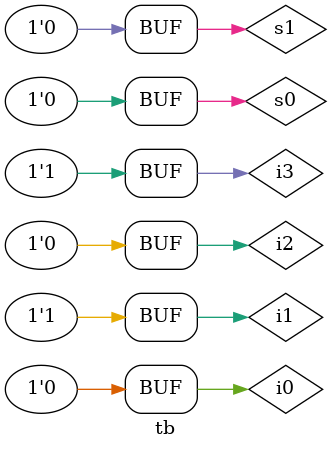
<source format=v>
`timescale 1ns/1ns
module tb;
reg i0, i1, i2, i3, s0, s1;
wire y;
mux4X1 ins(i0, i1, i2, i3, s0, s1, y);
initial begin
    $dumpfile("mux.vcd");
    $dumpvars(1);
end 
initial begin
    i0 = 0; i1 = 1; i2 = 0; i3 = 1;
       {s1, s1} = 2'b00;
    #5 {s1, s0} = 2'b01;
    #5 {s1, s0} = 2'b10;
    #5 {s1, s0} = 2'b11;
    #5 {s1, s0} = 2'b00;
end
initial begin
    $monitor("simtime = %0g, i0 = %b, i1 = %b, i2 = %b, i3 = %b, s0 = %b, s1 = %b, y = %b", $time, i0, i1, i2, i3, s0, s1, y);
end
endmodule
</source>
